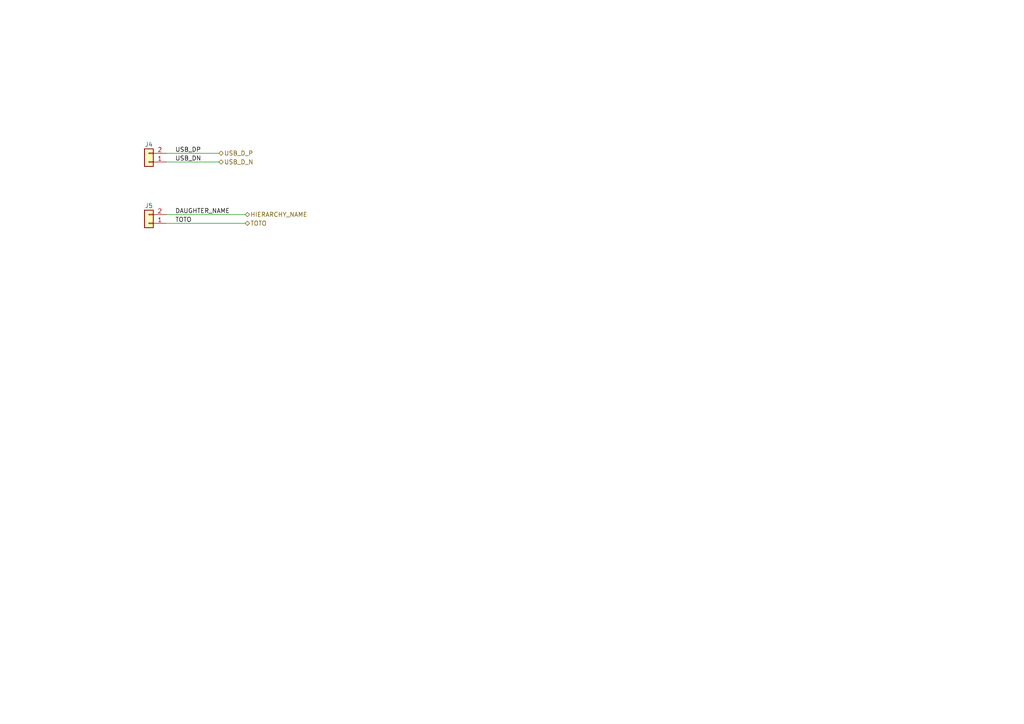
<source format=kicad_sch>
(kicad_sch (version 20231120) (generator "eeschema") (generator_version "8.0")
  (paper "A4")
  (lib_symbols
    (symbol "Connector_Generic:Conn_01x02" (pin_names (offset 1.016) hide)
      (property "Reference" "J" (at 0 2.54 0))
      (property "Value" "Conn_01x02" (at 0 -5.08 0))
      (symbol "Conn_01x02_1_1"
        (rectangle (start -1.27 -2.413) (end 0 -2.667) (stroke (width 0.1524)))
        (rectangle (start -1.27 0.127) (end 0 -0.127) (stroke (width 0.1524)))
        (rectangle (start -1.27 1.27) (end 1.27 -3.81) (stroke (width 0.254)) (fill (type background)))
        (pin passive line (at -5.08 0 0) (length 3.81) (name "Pin_1") (number "1"))
        (pin passive line (at -5.08 -2.54 0) (length 3.81) (name "Pin_2") (number "2"))
      )
    )
  )
  (wire (pts (xy 48.26 62.23) (xy 71.12 62.23)))
  (wire (pts (xy 48.26 64.77) (xy 71.12 64.77)))
  (wire (pts (xy 48.26 44.45) (xy 63.5 44.45)))
  (wire (pts (xy 48.26 46.99) (xy 63.5 46.99)))
  (label "USB_DN" (at 50.8 46.99 0))
  (label "DAUGHTER_NAME" (at 50.8 62.23 0))
  (label "TOTO" (at 50.8 64.77 0))
  (label "USB_DP" (at 50.8 44.45 0))
  (hierarchical_label "USB_D_P" (shape bidirectional) (at 63.5 44.45 0))
  (hierarchical_label "TOTO" (shape bidirectional) (at 71.12 64.77 0))
  (hierarchical_label "HIERARCHY_NAME" (shape bidirectional) (at 71.12 62.23 0))
  (hierarchical_label "USB_D_N" (shape bidirectional) (at 63.5 46.99 0))
  (symbol (lib_id "Connector_Generic:Conn_01x02") (at 43.18 64.77 180) (unit 1)
    (property "Reference" "J5" (at 43.18 59.69 0))
    (property "Value" "Conn_01x02" (effects (hide yes)))
    (property "Footprint" "Connector_PinHeader_2.54mm:PinHeader_1x02_P2.54mm_Vertical" (effects (hide yes)))
    (property "Description" "Generic connector, single row, 01x02, script generated (kicad-library-utils/schlib/autogen/connector/)" (effects (hide yes)))
  )
  (symbol (lib_id "Connector_Generic:Conn_01x02") (at 43.18 46.99 180) (unit 1)
    (property "Reference" "J4" (at 43.18 41.91 0))
    (property "Value" "Conn_01x02" (effects (hide yes)))
    (property "Footprint" "Connector_PinHeader_2.54mm:PinHeader_1x02_P2.54mm_Vertical" (effects (hide yes)))
    (property "Description" "Generic connector, single row, 01x02, script generated (kicad-library-utils/schlib/autogen/connector/)" (effects (hide yes)))
  )
)
</source>
